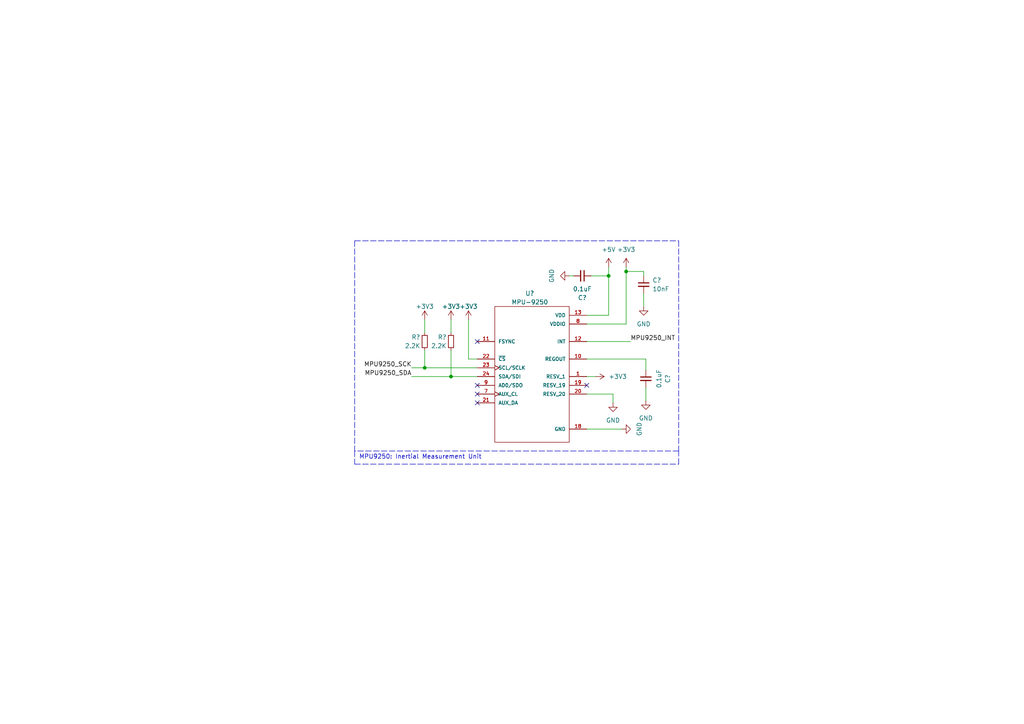
<source format=kicad_sch>
(kicad_sch (version 20211123) (generator eeschema)
  (paper "A4")
  (lib_symbols
    (symbol "Device:C_Small" (pin_numbers hide) (pin_names (offset 0.254) hide)
      (property "Reference" "C" (at 0.254 1.778 0))
      (property "Value" "C_Small" (at 0.254 -2.032 0))
      (symbol "C_Small_0_1"
        (polyline (pts (xy -1.524 -0.508) (xy 1.524 -0.508)) (stroke (width 0.3302)))
        (polyline (pts (xy -1.524 0.508) (xy 1.524 0.508)) (stroke (width 0.3048)))
      )
      (symbol "C_Small_1_1"
        (pin passive line (at 0 2.54 270) (length 2.032) (name "~") (number "1"))
        (pin passive line (at 0 -2.54 90) (length 2.032) (name "~") (number "2"))
      )
    )
    (symbol "Device:R_Small" (pin_numbers hide) (pin_names (offset 0.254) hide)
      (property "Reference" "R" (at 0.762 0.508 0))
      (property "Value" "R_Small" (at 0.762 -1.016 0))
      (symbol "R_Small_0_1"
        (rectangle (start -0.762 1.778) (end 0.762 -1.778) (stroke (width 0.2032)))
      )
      (symbol "R_Small_1_1"
        (pin passive line (at 0 2.54 270) (length 0.762) (name "~") (number "1"))
        (pin passive line (at 0 -2.54 90) (length 0.762) (name "~") (number "2"))
      )
    )
    (symbol "MPU-9250:MPU-9250" (pin_names (offset 1.016))
      (property "Reference" "U2" (at 0 25.4 0))
      (property "Value" "MPU-9250" (at 0 22.86 0))
      (symbol "MPU-9250_0_0"
        (rectangle (start -15.24 20.32) (end 6.35 -19.05) (stroke (width 0.1524)))
        (pin passive line (at 11.43 0 180) (length 5.08) (name "RESV_1") (number "1"))
        (pin output line (at 11.43 5.08 180) (length 5.08) (name "REGOUT") (number "10"))
        (pin input line (at -20.32 10.16 0) (length 5.08) (name "FSYNC") (number "11"))
        (pin output line (at 11.43 10.16 180) (length 5.08) (name "INT") (number "12"))
        (pin power_in line (at 11.43 17.78 180) (length 5.08) (name "VDD") (number "13"))
        (pin power_out line (at 11.43 -15.24 180) (length 5.08) (name "GND") (number "18"))
        (pin passive line (at 11.43 -2.54 180) (length 5.08) (name "RESV_19") (number "19"))
        (pin passive line (at 11.43 -5.08 180) (length 5.08) (name "RESV_20") (number "20"))
        (pin input line (at -20.32 -7.62 0) (length 5.08) (name "AUX_DA") (number "21"))
        (pin input line (at -20.32 5.08 0) (length 5.08) (name "~{CS}") (number "22"))
        (pin input clock (at -20.32 2.54 0) (length 5.08) (name "SCL/SCLK") (number "23"))
        (pin bidirectional line (at -20.32 0 0) (length 5.08) (name "SDA/SDI") (number "24"))
        (pin input clock (at -20.32 -5.08 0) (length 5.08) (name "AUX_CL") (number "7"))
        (pin power_in line (at 11.43 15.24 180) (length 5.08) (name "VDDIO") (number "8"))
        (pin output line (at -20.32 -2.54 0) (length 5.08) (name "AD0/SDO") (number "9"))
      )
    )
    (symbol "power:+3V3" (power) (pin_names (offset 0))
      (property "Value" "+3V3" (at 0 3.556 0))
      (symbol "+3V3_0_1"
        (polyline (pts (xy -0.762 1.27) (xy 0 2.54)))
        (polyline (pts (xy 0 0) (xy 0 2.54)))
        (polyline (pts (xy 0 2.54) (xy 0.762 1.27)))
      )
      (symbol "+3V3_1_1"
        (pin power_in line (at 0 0 90) (length 0) hide (name "+3V3") (number "1"))
      )
    )
    (symbol "power:+5V" (power) (pin_names (offset 0))
      (property "Value" "+5V" (at 0 3.556 0))
      (symbol "+5V_0_1"
        (polyline (pts (xy -0.762 1.27) (xy 0 2.54)))
        (polyline (pts (xy 0 0) (xy 0 2.54)))
        (polyline (pts (xy 0 2.54) (xy 0.762 1.27)))
      )
      (symbol "+5V_1_1"
        (pin power_in line (at 0 0 90) (length 0) hide (name "+5V") (number "1"))
      )
    )
    (symbol "power:GND" (power) (pin_names (offset 0))
      (property "Value" "GND" (at 0 -3.81 0))
      (symbol "GND_0_1"
        (polyline (pts (xy 0 0) (xy 0 -1.27) (xy 1.27 -1.27) (xy 0 -2.54) (xy -1.27 -1.27) (xy 0 -1.27)))
      )
      (symbol "GND_1_1"
        (pin power_in line (at 0 0 270) (length 0) hide (name "GND") (number "1"))
      )
    )
  )
  (junction (at 181.61 78.74))
  (junction (at 130.81 109.22))
  (junction (at 176.53 80.01))
  (junction (at 123.19 106.68))
  (no_connect (at 138.43 116.84))
  (no_connect (at 170.18 111.76))
  (no_connect (at 138.43 99.06))
  (no_connect (at 138.43 111.76))
  (no_connect (at 138.43 114.3))
  (polyline (pts (xy 102.87 69.85) (xy 102.87 130.81)))
  (wire (pts (xy 170.18 109.22) (xy 172.72 109.22)))
  (wire (pts (xy 123.19 101.6) (xy 123.19 106.68)))
  (wire (pts (xy 176.53 91.44) (xy 176.53 80.01)))
  (polyline (pts (xy 102.87 134.62) (xy 196.85 134.62)))
  (wire (pts (xy 181.61 93.98) (xy 181.61 78.74)))
  (wire (pts (xy 123.19 106.68) (xy 138.43 106.68)))
  (wire (pts (xy 170.18 99.06) (xy 182.88 99.06)))
  (wire (pts (xy 166.37 80.01) (xy 165.1 80.01)))
  (wire (pts (xy 119.38 106.68) (xy 123.19 106.68)))
  (wire (pts (xy 170.18 93.98) (xy 181.61 93.98)))
  (wire (pts (xy 170.18 91.44) (xy 176.53 91.44)))
  (wire (pts (xy 187.325 112.395) (xy 187.325 116.205)))
  (wire (pts (xy 186.69 80.01) (xy 186.69 78.74)))
  (wire (pts (xy 176.53 80.01) (xy 176.53 77.47)))
  (wire (pts (xy 181.61 78.74) (xy 186.69 78.74)))
  (wire (pts (xy 170.18 104.14) (xy 187.325 104.14)))
  (wire (pts (xy 187.325 107.315) (xy 187.325 104.14)))
  (wire (pts (xy 130.81 92.71) (xy 130.81 96.52)))
  (wire (pts (xy 171.45 80.01) (xy 176.53 80.01)))
  (wire (pts (xy 181.61 78.74) (xy 181.61 77.47)))
  (polyline (pts (xy 102.87 69.85) (xy 196.85 69.85)))
  (polyline (pts (xy 196.85 69.85) (xy 196.85 130.81)))
  (polyline (pts (xy 196.85 134.62) (xy 196.85 130.81)))
  (wire (pts (xy 170.18 114.3) (xy 177.8 114.3)))
  (wire (pts (xy 135.89 104.14) (xy 138.43 104.14)))
  (wire (pts (xy 123.19 92.71) (xy 123.19 96.52)))
  (polyline (pts (xy 102.87 130.81) (xy 102.87 134.62)))
  (wire (pts (xy 135.89 92.71) (xy 135.89 104.14)))
  (wire (pts (xy 130.81 101.6) (xy 130.81 109.22)))
  (wire (pts (xy 177.8 114.3) (xy 177.8 116.84)))
  (polyline (pts (xy 196.85 130.81) (xy 102.87 130.81)))
  (wire (pts (xy 130.81 109.22) (xy 138.43 109.22)))
  (wire (pts (xy 119.38 109.22) (xy 130.81 109.22)))
  (wire (pts (xy 170.18 124.46) (xy 180.34 124.46)))
  (wire (pts (xy 186.69 85.09) (xy 186.69 88.9)))
  (text "MPU9250: Inertial Measurement Unit" (at 104.14 133.35 0) (effects (font (size 1.27 1.27)) (justify left bottom)))
  (label "MPU9250_SCK" (at 119.38 106.68 180))
  (label "MPU9250_SDA" (at 119.38 109.22 180))
  (label "MPU9250_INT" (at 182.88 99.06 0))
  (symbol (lib_id "Device:R_Small") (at 130.81 99.06 0) (mirror x) (unit 1)
    (property "Reference" "R?" (at 129.54 97.79 0) (effects (justify right)))
    (property "Value" "2.2K" (at 129.54 100.33 0) (effects (justify right)))
    (property "Footprint" "Resistor_SMD:R_0402_1005Metric_Pad0.72x0.64mm_HandSolder" (effects hide))
  )
  (symbol (lib_id "power:GND") (at 187.325 116.205 0) (unit 1)
    (property "Reference" "#PWR?" (effects hide))
    (property "Value" "GND" (at 187.325 121.285 0))
  )
  (symbol (lib_id "power:+3V3") (at 172.72 109.22 270) (unit 1)
    (property "Reference" "#PWR?" (effects hide))
    (property "Value" "+3V3" (at 176.53 109.2199 90) (effects (justify left)))
  )
  (symbol (lib_id "Device:C_Small") (at 187.325 109.855 0) (unit 1)
    (property "Reference" "C?" (at 193.675 109.8613 90))
    (property "Value" "0.1uF" (at 191.135 109.8613 90))
    (property "Footprint" "Capacitor_SMD:C_0402_1005Metric_Pad0.74x0.62mm_HandSolder" (effects hide))
  )
  (symbol (lib_id "Device:C_Small") (at 186.69 82.55 0) (unit 1)
    (property "Reference" "C?" (at 189.23 81.2862 0) (effects (justify left)))
    (property "Value" "10nF" (at 189.23 83.8262 0) (effects (justify left)))
    (property "Footprint" "Capacitor_SMD:C_0402_1005Metric_Pad0.74x0.62mm_HandSolder" (effects hide))
  )
  (symbol (lib_id "power:+3V3") (at 181.61 77.47 0) (unit 1)
    (property "Reference" "#PWR?" (effects hide))
    (property "Value" "+3V3" (at 181.61 72.39 0))
  )
  (symbol (lib_id "power:GND") (at 165.1 80.01 270) (unit 1)
    (property "Reference" "#PWR?" (effects hide))
    (property "Value" "GND" (at 160.02 80.01 0))
  )
  (symbol (lib_id "power:GND") (at 177.8 116.84 0) (unit 1)
    (property "Reference" "#PWR?" (effects hide))
    (property "Value" "GND" (at 177.8 121.92 0))
  )
  (symbol (lib_id "power:+3V3") (at 123.19 92.71 0) (unit 1)
    (property "Reference" "#PWR?" (effects hide))
    (property "Value" "+3V3" (at 123.19 88.9 0))
  )
  (symbol (lib_id "Device:C_Small") (at 168.91 80.01 270) (unit 1)
    (property "Reference" "C?" (at 168.9037 86.36 90))
    (property "Value" "0.1uF" (at 168.9037 83.82 90))
    (property "Footprint" "Capacitor_SMD:C_0402_1005Metric_Pad0.74x0.62mm_HandSolder" (effects hide))
  )
  (symbol (lib_id "Device:R_Small") (at 123.19 99.06 0) (mirror x) (unit 1)
    (property "Reference" "R?" (at 121.92 97.79 0) (effects (justify right)))
    (property "Value" "2.2K" (at 121.92 100.33 0) (effects (justify right)))
    (property "Footprint" "Resistor_SMD:R_0402_1005Metric_Pad0.72x0.64mm_HandSolder" (effects hide))
  )
  (symbol (lib_id "power:GND") (at 180.34 124.46 90) (unit 1)
    (property "Reference" "#PWR?" (effects hide))
    (property "Value" "GND" (at 185.42 124.46 0))
  )
  (symbol (lib_id "MPU-9250:MPU-9250") (at 158.75 109.22 0) (unit 1)
    (property "Reference" "U?" (at 153.67 85.09 0))
    (property "Value" "MPU-9250" (at 153.67 87.63 0))
    (property "Footprint" "footprints:QFN40P300X300X105-24N" (effects hide))
    (property "DESCRIPTION" "SMD Gyroscope/Accelerometer/Magnetometer Sensor; 9-AXIS" (effects hide))
    (property "NOTES" "The center Exposed Pad (EP), for MPU devices is a No Connect (NC) pad. To avoid package stress, do not solder the EP to the PCB. Please refer to the document “AN-IVS-0002A-00”. As a result of these guidelines, the exposed pad has not been included on the PCB footprint. We’ve added a keep-out area under the exposed pad. Please don’t route traces or vias under the part, on the same side of the board" (effects hide))
    (property "DIGI-KEY_PART_NUMBER" "1428-1019-1-ND" (effects hide))
    (property "MF" "TDK InvenSense" (effects hide))
    (property "DIGI-KEY_PURCHASE_URL" "https://www.digikey.in/product-detail/en/tdk-invensense/MPU-9250/1428-1019-1-ND/4626450?utm_source=snapeda&utm_medium=aggregator&utm_campaign=symbol" (effects hide))
    (property "MP" "MPU-9250" (effects hide))
    (property "PACKAGE" "QFN-24 TDK InvenSense" (effects hide))
  )
  (symbol (lib_id "power:+3V3") (at 135.89 92.71 0) (unit 1)
    (property "Reference" "#PWR?" (effects hide))
    (property "Value" "+3V3" (at 135.89 88.9 0))
  )
  (symbol (lib_id "power:+3V3") (at 130.81 92.71 0) (unit 1)
    (property "Reference" "#PWR?" (effects hide))
    (property "Value" "+3V3" (at 130.81 88.9 0))
  )
  (symbol (lib_id "power:+5V") (at 176.53 77.47 0) (unit 1)
    (property "Reference" "#PWR?" (effects hide))
    (property "Value" "+5V" (at 176.53 72.39 0))
  )
  (symbol (lib_id "power:GND") (at 186.69 88.9 0) (unit 1)
    (property "Reference" "#PWR?" (effects hide))
    (property "Value" "GND" (at 186.69 93.98 0))
  )
)
</source>
